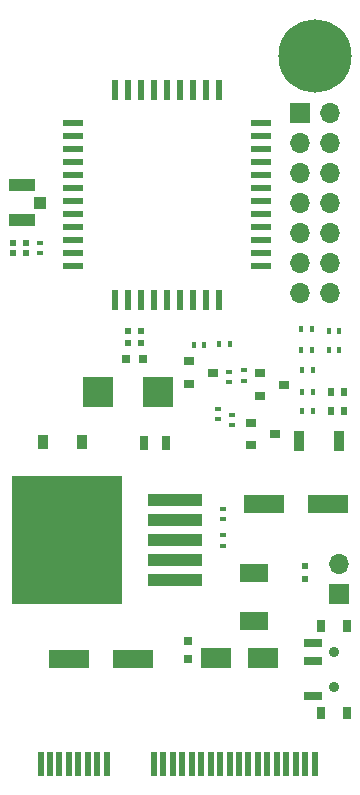
<source format=gts>
G04 #@! TF.FileFunction,Soldermask,Top*
%FSLAX46Y46*%
G04 Gerber Fmt 4.6, Leading zero omitted, Abs format (unit mm)*
G04 Created by KiCad (PCBNEW 4.0.7) date 06/11/18 13:45:27*
%MOMM*%
%LPD*%
G01*
G04 APERTURE LIST*
%ADD10C,0.100000*%
%ADD11R,0.600000X2.000000*%
%ADD12C,0.900000*%
%ADD13R,1.500000X0.700000*%
%ADD14R,0.800000X1.000000*%
%ADD15R,2.400000X1.500000*%
%ADD16R,4.600000X1.100000*%
%ADD17R,9.400000X10.800000*%
%ADD18R,1.700000X1.700000*%
%ADD19O,1.700000X1.700000*%
%ADD20R,2.550000X2.500000*%
%ADD21R,0.800000X0.750000*%
%ADD22R,0.600000X0.500000*%
%ADD23R,3.500000X1.600000*%
%ADD24R,0.750000X0.800000*%
%ADD25R,0.500000X0.600000*%
%ADD26R,0.900000X1.200000*%
%ADD27R,0.600000X0.700000*%
%ADD28R,1.050000X1.000000*%
%ADD29R,2.200000X1.050000*%
%ADD30R,0.700000X1.300000*%
%ADD31R,0.900000X0.800000*%
%ADD32R,0.400000X0.600000*%
%ADD33R,0.600000X0.400000*%
%ADD34R,0.900000X1.700000*%
%ADD35R,1.800000X0.600000*%
%ADD36R,0.600000X1.800000*%
%ADD37C,6.200000*%
%ADD38R,2.500000X1.800000*%
G04 APERTURE END LIST*
D10*
D11*
X131265001Y-126785001D03*
X132065001Y-126785001D03*
X132865001Y-126785001D03*
X133665001Y-126785001D03*
X134465001Y-126785001D03*
X135265001Y-126785001D03*
X136065001Y-126785001D03*
X136865001Y-126785001D03*
X140865001Y-126785001D03*
X141665001Y-126785001D03*
X142465001Y-126785001D03*
X143265001Y-126785001D03*
X144065001Y-126785001D03*
X144865001Y-126785001D03*
X145665001Y-126785001D03*
X146465001Y-126785001D03*
X147265001Y-126785001D03*
X148065001Y-126785001D03*
X148865001Y-126785001D03*
X149665001Y-126785001D03*
X150465001Y-126785001D03*
X151265001Y-126785001D03*
X152065001Y-126785001D03*
X152865001Y-126785001D03*
X153665001Y-126785001D03*
X154465001Y-126785001D03*
D12*
X156090000Y-120270000D03*
X156090000Y-117270000D03*
D13*
X154330000Y-121020000D03*
X154330000Y-118020000D03*
X154330000Y-116520000D03*
D14*
X157190000Y-122420000D03*
X157190000Y-115120000D03*
X154980000Y-115120000D03*
X154980000Y-122420000D03*
D15*
X149360000Y-114620000D03*
X149360000Y-110620000D03*
D16*
X142640000Y-111190000D03*
X142640000Y-109490000D03*
X142640000Y-107790000D03*
X142640000Y-106090000D03*
X142640000Y-104390000D03*
D17*
X133490000Y-107790000D03*
D18*
X153230000Y-71650000D03*
D19*
X155770000Y-71650000D03*
X153230000Y-74190000D03*
X155770000Y-74190000D03*
X153230000Y-76730000D03*
X155770000Y-76730000D03*
X153230000Y-79270000D03*
X155770000Y-79270000D03*
X153230000Y-81810000D03*
X155770000Y-81810000D03*
X153230000Y-84350000D03*
X155770000Y-84350000D03*
X153230000Y-86890000D03*
X155770000Y-86890000D03*
D20*
X136161000Y-95281000D03*
X141211000Y-95281000D03*
D21*
X139956000Y-92487000D03*
X138456000Y-92487000D03*
D22*
X138686000Y-91090000D03*
X139786000Y-91090000D03*
X138644000Y-90074000D03*
X139744000Y-90074000D03*
D23*
X139100000Y-117887000D03*
X133700000Y-117887000D03*
D24*
X143710000Y-116380000D03*
X143710000Y-117880000D03*
D25*
X153630000Y-109980000D03*
X153630000Y-111080000D03*
D26*
X134748000Y-99472000D03*
X131448000Y-99472000D03*
D27*
X156960000Y-95280000D03*
X155860000Y-95280000D03*
X156970000Y-96860000D03*
X155870000Y-96860000D03*
D28*
X131180000Y-79230000D03*
D29*
X129655000Y-80705000D03*
X129655000Y-77755000D03*
D18*
X156570000Y-112350000D03*
D19*
X156570000Y-109810000D03*
D30*
X141922000Y-99599000D03*
X140022000Y-99599000D03*
D31*
X149070000Y-97890000D03*
X149070000Y-99790000D03*
X151070000Y-98840000D03*
X149878000Y-93696000D03*
X149878000Y-95596000D03*
X151878000Y-94646000D03*
X143840000Y-92680000D03*
X143840000Y-94580000D03*
X145840000Y-93630000D03*
D32*
X153400000Y-93440000D03*
X154300000Y-93440000D03*
X153350000Y-91690000D03*
X154250000Y-91690000D03*
X153340000Y-89947000D03*
X154240000Y-89947000D03*
X155660000Y-90080000D03*
X156560000Y-90080000D03*
X155660000Y-91680000D03*
X156560000Y-91680000D03*
D33*
X146306000Y-96667000D03*
X146306000Y-97567000D03*
X147449000Y-97175000D03*
X147449000Y-98075000D03*
D32*
X154320000Y-95270000D03*
X153420000Y-95270000D03*
X147270000Y-91200000D03*
X146370000Y-91200000D03*
D33*
X148465000Y-94334000D03*
X148465000Y-93434000D03*
D32*
X154320000Y-96860000D03*
X153420000Y-96860000D03*
D33*
X146680000Y-105140000D03*
X146680000Y-106040000D03*
D32*
X144220000Y-91310000D03*
X145120000Y-91310000D03*
D33*
X147195000Y-94461000D03*
X147195000Y-93561000D03*
X146710000Y-107400000D03*
X146710000Y-108300000D03*
D34*
X156540000Y-99400000D03*
X153140000Y-99400000D03*
D35*
X149910000Y-84610000D03*
X149910000Y-83510000D03*
X149910000Y-82410000D03*
X149910000Y-81310000D03*
X149910000Y-80210000D03*
X149910000Y-79110000D03*
X149910000Y-78010000D03*
X149910000Y-76910000D03*
X149910000Y-75810000D03*
X149910000Y-74710000D03*
X149910000Y-73610000D03*
X149910000Y-72510000D03*
D36*
X146360000Y-69660000D03*
X145260000Y-69660000D03*
X144160000Y-69660000D03*
X143060000Y-69660000D03*
X141960000Y-69660000D03*
X140860000Y-69660000D03*
X139760000Y-69660000D03*
X138660000Y-69660000D03*
X137560000Y-69660000D03*
D35*
X134010000Y-72510000D03*
X134010000Y-73610000D03*
X134010000Y-74710000D03*
X134010000Y-75810000D03*
X134010000Y-76910000D03*
X134010000Y-78010000D03*
X134010000Y-79110000D03*
X134010000Y-80210000D03*
X134010000Y-81310000D03*
X134010000Y-82410000D03*
X134010000Y-83510000D03*
X134010000Y-84610000D03*
D36*
X137560000Y-87460000D03*
X138660000Y-87460000D03*
X139760000Y-87460000D03*
X140860000Y-87460000D03*
X141960000Y-87460000D03*
X143060000Y-87460000D03*
X144160000Y-87460000D03*
X145260000Y-87460000D03*
X146360000Y-87460000D03*
D37*
X154500000Y-66780000D03*
D33*
X131190000Y-82610000D03*
X131190000Y-83510000D03*
D22*
X130050000Y-83540000D03*
X128950000Y-83540000D03*
X130060000Y-82610000D03*
X128960000Y-82610000D03*
D23*
X150180000Y-104740000D03*
X155580000Y-104740000D03*
D38*
X146100000Y-117750000D03*
X150100000Y-117750000D03*
M02*

</source>
